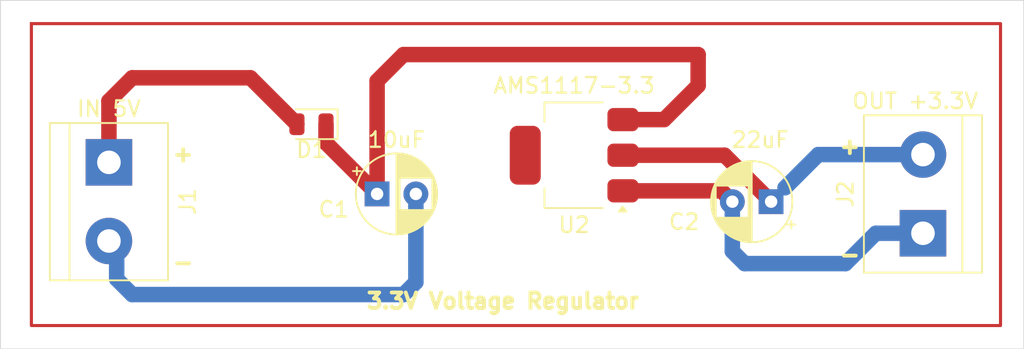
<source format=kicad_pcb>
(kicad_pcb (version 20241229) (generator "pcbnew") (generator_version "9.0")
  (layers (0 "F.Cu" signal) (2 "B.Cu" signal) (13 "F.Paste" user) (15 "B.Paste" user) (5 "F.SilkS" user "F.Silkscreen") (7 "B.SilkS" user "B.Silkscreen") (1 "F.Mask" user) (3 "B.Mask" user) (25 "Edge.Cuts" user))
  (net 0 "")
  (net 1 "GND")
  (net 2 "Net-(D1-K)")
  (net 3 "Net-(J2-Pin_2)")
  (net 4 "Net-(D1-A)")
  (footprint "Capacitor_THT:CP_Radial_D5.0mm_P2.50mm" (layer "F.Cu") (at 153.205113 81.5 180)
    (property "Reference" "C2" (at 5.610225 -1.3 0) (layer "F.SilkS"))
    (property "Value" "22uF" (at 0.705113 4 0) (layer "F.SilkS"))
    (fp_line (start 3.851 -0.284) (end 3.851 0.284) (stroke (width 0.12)) (layer "F.SilkS"))
    (fp_line (start 3.811 -0.518) (end 3.811 0.518) (stroke (width 0.12)) (layer "F.SilkS"))
    (fp_line (start 3.771 -0.677) (end 3.771 0.677) (stroke (width 0.12)) (layer "F.SilkS"))
    (fp_line (start 3.731 -0.805) (end 3.731 0.805) (stroke (width 0.12)) (layer "F.SilkS"))
    (fp_line (start 3.691 -0.915) (end 3.691 0.915) (stroke (width 0.12)) (layer "F.SilkS"))
    (fp_line (start 3.651 -1.011) (end 3.651 1.011) (stroke (width 0.12)) (layer "F.SilkS"))
    (fp_line (start 3.611 -1.098) (end 3.611 1.098) (stroke (width 0.12)) (layer "F.SilkS"))
    (fp_line (start 3.571 -1.178) (end 3.571 1.178) (stroke (width 0.12)) (layer "F.SilkS"))
    (fp_line (start 3.531 1.04) (end 3.531 1.251) (stroke (width 0.12)) (layer "F.SilkS"))
    (fp_line (start 3.531 -1.251) (end 3.531 -1.04) (stroke (width 0.12)) (layer "F.SilkS"))
    (fp_line (start 3.491 1.04) (end 3.491 1.319) (stroke (width 0.12)) (layer "F.SilkS"))
    (fp_line (start 3.491 -1.319) (end 3.491 -1.04) (stroke (width 0.12)) (layer "F.SilkS"))
    (fp_line (start 3.451 1.04) (end 3.451 1.383) (stroke (width 0.12)) (layer "F.SilkS"))
    (fp_line (start 3.451 -1.383) (end 3.451 -1.04) (stroke (width 0.12)) (layer "F.SilkS"))
    (fp_line (start 3.411 1.04) (end 3.411 1.443) (stroke (width 0.12)) (layer "F.SilkS"))
    (fp_line (start 3.411 -1.443) (end 3.411 -1.04) (stroke (width 0.12)) (layer "F.SilkS"))
    (fp_line (start 3.371 1.04) (end 3.371 1.5) (stroke (width 0.12)) (layer "F.SilkS"))
    (fp_line (start 3.371 -1.5) (end 3.371 -1.04) (stroke (width 0.12)) (layer "F.SilkS"))
    (fp_line (start 3.331 1.04) (end 3.331 1.554) (stroke (width 0.12)) (layer "F.SilkS"))
    (fp_line (start 3.331 -1.554) (end 3.331 -1.04) (stroke (width 0.12)) (layer "F.SilkS"))
    (fp_line (start 3.291 1.04) (end 3.291 1.605) (stroke (width 0.12)) (layer "F.SilkS"))
    (fp_line (start 3.291 -1.605) (end 3.291 -1.04) (stroke (width 0.12)) (layer "F.SilkS"))
    (fp_line (start 3.251 1.04) (end 3.251 1.653) (stroke (width 0.12)) (layer "F.SilkS"))
    (fp_line (start 3.251 -1.653) (end 3.251 -1.04) (stroke (width 0.12)) (layer "F.SilkS"))
    (fp_line (start 3.211 1.04) (end 3.211 1.699) (stroke (width 0.12)) (layer "F.SilkS"))
    (fp_line (start 3.211 -1.699) (end 3.211 -1.04) (stroke (width 0.12)) (layer "F.SilkS"))
    (fp_line (start 3.171 1.04) (end 3.171 1.743) (stroke (width 0.12)) (layer "F.SilkS"))
    (fp_line (start 3.171 -1.743) (end 3.171 -1.04) (stroke (width 0.12)) (layer "F.SilkS"))
    (fp_line (start 3.131 1.04) (end 3.131 1.785) (stroke (width 0.12)) (layer "F.SilkS"))
    (fp_line (start 3.131 -1.785) (end 3.131 -1.04) (stroke (width 0.12)) (layer "F.SilkS"))
    (fp_line (start 3.091 1.04) (end 3.091 1.826) (stroke (width 0.12)) (layer "F.SilkS"))
    (fp_line (start 3.091 -1.826) (end 3.091 -1.04) (stroke (width 0.12)) (layer "F.SilkS"))
    (fp_line (start 3.051 1.04) (end 3.051 1.864) (stroke (width 0.12)) (layer "F.SilkS"))
    (fp_line (start 3.051 -1.864) (end 3.051 -1.04) (stroke (width 0.12)) (layer "F.SilkS"))
    (fp_line (start 3.011 1.04) (end 3.011 1.901) (stroke (width 0.12)) (layer "F.SilkS"))
    (fp_line (start 3.011 -1.901) (end 3.011 -1.04) (stroke (width 0.12)) (layer "F.SilkS"))
    (fp_line (start 2.971 1.04) (end 2.971 1.937) (stroke (width 0.12)) (layer "F.SilkS"))
    (fp_line (start 2.971 -1.937) (end 2.971 -1.04) (stroke (width 0.12)) (layer "F.SilkS"))
    (fp_line (start 2.931 1.04) (end 2.931 1.971) (stroke (width 0.12)) (layer "F.SilkS"))
    (fp_line (start 2.931 -1.971) (end 2.931 -1.04) (stroke (width 0.12)) (layer "F.SilkS"))
    (fp_line (start 2.891 1.04) (end 2.891 2.004) (stroke (width 0.12)) (layer "F.SilkS"))
    (fp_line (start 2.891 -2.004) (end 2.891 -1.04) (stroke (width 0.12)) (layer "F.SilkS"))
    (fp_line (start 2.851 1.04) (end 2.851 2.035) (stroke (width 0.12)) (layer "F.SilkS"))
    (fp_line (start 2.851 -2.035) (end 2.851 -1.04) (stroke (width 0.12)) (layer "F.SilkS"))
    (fp_line (start 2.811 1.04) (end 2.811 2.065) (stroke (width 0.12)) (layer "F.SilkS"))
    (fp_line (start 2.811 -2.065) (end 2.811 -1.04) (stroke (width 0.12)) (layer "F.SilkS"))
    (fp_line (start 2.771 1.04) (end 2.771 2.095) (stroke (width 0.12)) (layer "F.SilkS"))
    (fp_line (start 2.771 -2.095) (end 2.771 -1.04) (stroke (width 0.12)) (layer "F.SilkS"))
    (fp_line (start 2.731 1.04) (end 2.731 2.122) (stroke (width 0.12)) (layer "F.SilkS"))
    (fp_line (start 2.731 -2.122) (end 2.731 -1.04) (stroke (width 0.12)) (layer "F.SilkS"))
    (fp_line (start 2.691 1.04) (end 2.691 2.149) (stroke (width 0.12)) (layer "F.SilkS"))
    (fp_line (start 2.691 -2.149) (end 2.691 -1.04) (stroke (width 0.12)) (layer "F.SilkS"))
    (fp_line (start 2.651 1.04) (end 2.651 2.175) (stroke (width 0.12)) (layer "F.SilkS"))
    (fp_line (start 2.651 -2.175) (end 2.651 -1.04) (stroke (width 0.12)) (layer "F.SilkS"))
    (fp_line (start 2.611 1.04) (end 2.611 2.2) (stroke (width 0.12)) (layer "F.SilkS"))
    (fp_line (start 2.611 -2.2) (end 2.611 -1.04) (stroke (width 0.12)) (layer "F.SilkS"))
    (fp_line (start 2.571 1.04) (end 2.571 2.224) (stroke (width 0.12)) (layer "F.SilkS"))
    (fp_line (start 2.571 -2.224) (end 2.571 -1.04) (stroke (width 0.12)) (layer "F.SilkS"))
    (fp_line (start 2.531 1.04) (end 2.531 2.247) (stroke (width 0.12)) (layer "F.SilkS"))
    (fp_line (start 2.531 -2.247) (end 2.531 -1.04) (stroke (width 0.12)) (layer "F.SilkS"))
    (fp_line (start 2.491 1.04) (end 2.491 2.268) (stroke (width 0.12)) (layer "F.SilkS"))
    (fp_line (start 2.491 -2.268) (end 2.491 -1.04) (stroke (width 0.12)) (layer "F.SilkS"))
    (fp_line (start 2.451 1.04) (end 2.451 2.29) (stroke (width 0.12)) (layer "F.SilkS"))
    (fp_line (start 2.451 -2.29) (end 2.451 -1.04) (stroke (width 0.12)) (layer "F.SilkS"))
    (fp_line (start 2.411 1.04) (end 2.411 2.31) (stroke (width 0.12)) (layer "F.SilkS"))
    (fp_line (start 2.411 -2.31) (end 2.411 -1.04) (stroke (width 0.12)) (layer "F.SilkS"))
    (fp_line (start 2.371 1.04) (end 2.371 2.329) (stroke (width 0.12)) (layer "F.SilkS"))
    (fp_line (start 2.371 -2.329) (end 2.371 -1.04) (stroke (width 0.12)) (layer "F.SilkS"))
    (fp_line (start 2.331 1.04) (end 2.331 2.348) (stroke (width 0.12)) (layer "F.SilkS"))
    (fp_line (start 2.331 -2.348) (end 2.331 -1.04) (stroke (width 0.12)) (layer "F.SilkS"))
    (fp_line (start 2.291 1.04) (end 2.291 2.365) (stroke (width 0.12)) (layer "F.SilkS"))
    (fp_line (start 2.291 -2.365) (end 2.291 -1.04) (stroke (width 0.12)) (layer "F.SilkS"))
    (fp_line (start 2.251 1.04) (end 2.251 2.382) (stroke (width 0.12)) (layer "F.SilkS"))
    (fp_line (start 2.251 -2.382) (end 2.251 -1.04) (stroke (width 0.12)) (layer "F.SilkS"))
    (fp_line (start 2.211 1.04) (end 2.211 2.398) (stroke (width 0.12)) (layer "F.SilkS"))
    (fp_line (start 2.211 -2.398) (end 2.211 -1.04) (stroke (width 0.12)) (layer "F.SilkS"))
    (fp_line (start 2.171 1.04) (end 2.171 2.414) (stroke (width 0.12)) (layer "F.SilkS"))
    (fp_line (start 2.171 -2.414) (end 2.171 -1.04) (stroke (width 0.12)) (layer "F.SilkS"))
    (fp_line (start 2.131 1.04) (end 2.131 2.428) (stroke (width 0.12)) (layer "F.SilkS"))
    (fp_line (start 2.131 -2.428) (end 2.131 -1.04) (stroke (width 0.12)) (layer "F.SilkS"))
    (fp_line (start 2.091 1.04) (end 2.091 2.442) (stroke (width 0.12)) (layer "F.SilkS"))
    (fp_line (start 2.091 -2.442) (end 2.091 -1.04) (stroke (width 0.12)) (layer "F.SilkS"))
    (fp_line (start 2.051 1.04) (end 2.051 2.455) (stroke (width 0.12)) (layer "F.SilkS"))
    (fp_line (start 2.051 -2.455) (end 2.051 -1.04) (stroke (width 0.12)) (layer "F.SilkS"))
    (fp_line (start 2.011 1.04) (end 2.011 2.468) (stroke (width 0.12)) (layer "F.SilkS"))
    (fp_line (start 2.011 -2.468) (end 2.011 -1.04) (stroke (width 0.12)) (layer "F.SilkS"))
    (fp_line (start 1.971 1.04) (end 1.971 2.48) (stroke (width 0.12)) (layer "F.SilkS"))
    (fp_line (start 1.971 -2.48) (end 1.971 -1.04) (stroke (width 0.12)) (layer "F.SilkS"))
    (fp_line (start 1.93 1.04) (end 1.93 2.491) (stroke (width 0.12)) (layer "F.SilkS"))
    (fp_line (start 1.93 -2.491) (end 1.93 -1.04) (stroke (width 0.12)) (layer "F.SilkS"))
    (fp_line (start 1.89 1.04) (end 1.89 2.501) (stroke (width 0.12)) (layer "F.SilkS"))
    (fp_line (start 1.89 -2.501) (end 1.89 -1.04) (stroke (width 0.12)) (layer "F.SilkS"))
    (fp_line (start 1.85 1.04) (end 1.85 2.511) (stroke (width 0.12)) (layer "F.SilkS"))
    (fp_line (start 1.85 -2.511) (end 1.85 -1.04) (stroke (width 0.12)) (layer "F.SilkS"))
    (fp_line (start 1.81 1.04) (end 1.81 2.52) (stroke (width 0.12)) (layer "F.SilkS"))
    (fp_line (start 1.81 -2.52) (end 1.81 -1.04) (stroke (width 0.12)) (layer "F.SilkS"))
    (fp_line (start 1.77 1.04) (end 1.77 2.528) (stroke (width 0.12)) (layer "F.SilkS"))
    (fp_line (start 1.77 -2.528) (end 1.77 -1.04) (stroke (width 0.12)) (layer "F.SilkS"))
    (fp_line (start 1.73 1.04) (end 1.73 2.536) (stroke (width 0.12)) (layer "F.SilkS"))
    (fp_line (start 1.73 -2.536) (end 1.73 -1.04) (stroke (width 0.12)) (layer "F.SilkS"))
    (fp_line (start 1.69 1.04) (end 1.69 2.543) (stroke (width 0.12)) (layer "F.SilkS"))
    (fp_line (start 1.69 -2.543) (end 1.69 -1.04) (stroke (width 0.12)) (layer "F.SilkS"))
    (fp_line (start 1.65 1.04) (end 1.65 2.55) (stroke (width 0.12)) (layer "F.SilkS"))
    (fp_line (start 1.65 -2.55) (end 1.65 -1.04) (stroke (width 0.12)) (layer "F.SilkS"))
    (fp_line (start 1.61 1.04) (end 1.61 2.556) (stroke (width 0.12)) (layer "F.SilkS"))
    (fp_line (start 1.61 -2.556) (end 1.61 -1.04) (stroke (width 0.12)) (layer "F.SilkS"))
    (fp_line (start 1.57 1.04) (end 1.57 2.561) (stroke (width 0.12)) (layer "F.SilkS"))
    (fp_line (start 1.57 -2.561) (end 1.57 -1.04) (stroke (width 0.12)) (layer "F.SilkS"))
    (fp_line (start 1.53 1.04) (end 1.53 2.565) (stroke (width 0.12)) (layer "F.SilkS"))
    (fp_line (start 1.53 -2.565) (end 1.53 -1.04) (stroke (width 0.12)) (layer "F.SilkS"))
    (fp_line (start 1.49 1.04) (end 1.49 2.569) (stroke (width 0.12)) (layer "F.SilkS"))
    (fp_line (start 1.49 -2.569) (end 1.49 -1.04) (stroke (width 0.12)) (layer "F.SilkS"))
    (fp_line (start 1.45 -2.573) (end 1.45 2.573) (stroke (width 0.12)) (layer "F.SilkS"))
    (fp_line (start 1.41 -2.576) (end 1.41 2.576) (stroke (width 0.12)) (layer "F.SilkS"))
    (fp_line (start 1.37 -2.578) (end 1.37 2.578) (stroke (width 0.12)) (layer "F.SilkS"))
    (fp_line (start 1.33 -2.579) (end 1.33 2.579) (stroke (width 0.12)) (layer "F.SilkS"))
    (fp_line (start 1.29 -2.58) (end 1.29 2.58) (stroke (width 0.12)) (layer "F.SilkS"))
    (fp_line (start 1.25 -2.58) (end 1.25 2.58) (stroke (width 0.12)) (layer "F.SilkS"))
    (fp_line (start -1.304775 -1.725) (end -1.304775 -1.225) (stroke (width 0.12)) (layer "F.SilkS"))
    (fp_line (start -1.554775 -1.475) (end -1.054775 -1.475) (stroke (width 0.12)) (layer "F.SilkS"))
    (fp_circle (center 1.25 0) (end 3.87 0) (stroke (width 0.12)) (fill no) (layer "F.SilkS"))
    (pad "1" thru_hole rect (at 0 0 180) (size 1.6 1.6) (drill 0.8) (layers "*.Cu" "*.Mask") (net 3 "Net-(J2-Pin_2)"))
    (pad "2" thru_hole circle (at 2.5 0 180) (size 1.6 1.6) (drill 0.8) (layers "*.Cu" "*.Mask") (net 1 "GND"))
  )
  (footprint "TerminalBlock:TerminalBlock_bornier-2_P5.08mm" (layer "F.Cu") (at 110.5 78.96 -90)
    (property "Reference" "J1" (at 2.54 -5.08 90) (layer "F.SilkS"))
    (property "Value" "IN 5V" (at -3.46 0 0) (layer "F.SilkS"))
    (fp_line (start -2.54 3.81) (end 7.62 3.81) (stroke (width 0.12)) (layer "F.SilkS"))
    (fp_line (start 7.62 3.81) (end 7.62 -3.81) (stroke (width 0.12)) (layer "F.SilkS"))
    (fp_line (start 7.62 2.54) (end -2.54 2.54) (stroke (width 0.12)) (layer "F.SilkS"))
    (fp_line (start -2.54 -3.81) (end -2.54 3.81) (stroke (width 0.12)) (layer "F.SilkS"))
    (fp_line (start 7.62 -3.81) (end -2.54 -3.81) (stroke (width 0.12)) (layer "F.SilkS"))
    (pad "1" thru_hole rect (at 0 0 270) (size 3 3) (drill 1.52) (layers "*.Cu" "*.Mask") (net 4 "Net-(D1-A)"))
    (pad "2" thru_hole circle (at 5.08 0 270) (size 3 3) (drill 1.52) (layers "*.Cu" "*.Mask") (net 1 "GND"))
  )
  (footprint "TerminalBlock:TerminalBlock_bornier-2_P5.08mm" (layer "F.Cu") (at 163 83.54 90)
    (property "Reference" "J2" (hide yes))
    (property "Value" "OUT +3.3V" (at 8.54 -0.5 0) (layer "F.SilkS"))
    (fp_line (start 7.62 -3.81) (end -2.54 -3.81) (stroke (width 0.12)) (layer "F.SilkS"))
    (fp_line (start -2.54 -3.81) (end -2.54 3.81) (stroke (width 0.12)) (layer "F.SilkS"))
    (fp_line (start 7.62 2.54) (end -2.54 2.54) (stroke (width 0.12)) (layer "F.SilkS"))
    (fp_line (start 7.62 3.81) (end 7.62 -3.81) (stroke (width 0.12)) (layer "F.SilkS"))
    (fp_line (start -2.54 3.81) (end 7.62 3.81) (stroke (width 0.12)) (layer "F.SilkS"))
    (pad "1" thru_hole rect (at 0 0 90) (size 3 3) (drill 1.52) (layers "*.Cu" "*.Mask") (net 1 "GND"))
    (pad "2" thru_hole circle (at 5.08 0 90) (size 3 3) (drill 1.52) (layers "*.Cu" "*.Mask") (net 3 "Net-(J2-Pin_2)"))
  )
  (footprint "Capacitor_THT:CP_Radial_D5.0mm_P2.50mm" (layer "F.Cu") (at 127.794888 81)
    (property "Reference" "C1" (hide yes))
    (property "Value" "10uF" (at 1.25 -3.5 0) (layer "F.SilkS"))
    (fp_line (start -1.554775 -1.475) (end -1.054775 -1.475) (stroke (width 0.12)) (layer "F.SilkS"))
    (fp_line (start -1.304775 -1.725) (end -1.304775 -1.225) (stroke (width 0.12)) (layer "F.SilkS"))
    (fp_line (start 1.25 -2.58) (end 1.25 2.58) (stroke (width 0.12)) (layer "F.SilkS"))
    (fp_line (start 1.29 -2.58) (end 1.29 2.58) (stroke (width 0.12)) (layer "F.SilkS"))
    (fp_line (start 1.33 -2.579) (end 1.33 2.579) (stroke (width 0.12)) (layer "F.SilkS"))
    (fp_line (start 1.37 -2.578) (end 1.37 2.578) (stroke (width 0.12)) (layer "F.SilkS"))
    (fp_line (start 1.41 -2.576) (end 1.41 2.576) (stroke (width 0.12)) (layer "F.SilkS"))
    (fp_line (start 1.45 -2.573) (end 1.45 2.573) (stroke (width 0.12)) (layer "F.SilkS"))
    (fp_line (start 1.49 -2.569) (end 1.49 -1.04) (stroke (width 0.12)) (layer "F.SilkS"))
    (fp_line (start 1.49 1.04) (end 1.49 2.569) (stroke (width 0.12)) (layer "F.SilkS"))
    (fp_line (start 1.53 -2.565) (end 1.53 -1.04) (stroke (width 0.12)) (layer "F.SilkS"))
    (fp_line (start 1.53 1.04) (end 1.53 2.565) (stroke (width 0.12)) (layer "F.SilkS"))
    (fp_line (start 1.57 -2.561) (end 1.57 -1.04) (stroke (width 0.12)) (layer "F.SilkS"))
    (fp_line (start 1.57 1.04) (end 1.57 2.561) (stroke (width 0.12)) (layer "F.SilkS"))
    (fp_line (start 1.61 -2.556) (end 1.61 -1.04) (stroke (width 0.12)) (layer "F.SilkS"))
    (fp_line (start 1.61 1.04) (end 1.61 2.556) (stroke (width 0.12)) (layer "F.SilkS"))
    (fp_line (start 1.65 -2.55) (end 1.65 -1.04) (stroke (width 0.12)) (layer "F.SilkS"))
    (fp_line (start 1.65 1.04) (end 1.65 2.55) (stroke (width 0.12)) (layer "F.SilkS"))
    (fp_line (start 1.69 -2.543) (end 1.69 -1.04) (stroke (width 0.12)) (layer "F.SilkS"))
    (fp_line (start 1.69 1.04) (end 1.69 2.543) (stroke (width 0.12)) (layer "F.SilkS"))
    (fp_line (start 1.73 -2.536) (end 1.73 -1.04) (stroke (width 0.12)) (layer "F.SilkS"))
    (fp_line (start 1.73 1.04) (end 1.73 2.536) (stroke (width 0.12)) (layer "F.SilkS"))
    (fp_line (start 1.77 -2.528) (end 1.77 -1.04) (stroke (width 0.12)) (layer "F.SilkS"))
    (fp_line (start 1.77 1.04) (end 1.77 2.528) (stroke (width 0.12)) (layer "F.SilkS"))
    (fp_line (start 1.81 -2.52) (end 1.81 -1.04) (stroke (width 0.12)) (layer "F.SilkS"))
    (fp_line (start 1.81 1.04) (end 1.81 2.52) (stroke (width 0.12)) (layer "F.SilkS"))
    (fp_line (start 1.85 -2.511) (end 1.85 -1.04) (stroke (width 0.12)) (layer "F.SilkS"))
    (fp_line (start 1.85 1.04) (end 1.85 2.511) (stroke (width 0.12)) (layer "F.SilkS"))
    (fp_line (start 1.89 -2.501) (end 1.89 -1.04) (stroke (width 0.12)) (layer "F.SilkS"))
    (fp_line (start 1.89 1.04) (end 1.89 2.501) (stroke (width 0.12)) (layer "F.SilkS"))
    (fp_line (start 1.93 -2.491) (end 1.93 -1.04) (stroke (width 0.12)) (layer "F.SilkS"))
    (fp_line (start 1.93 1.04) (end 1.93 2.491) (stroke (width 0.12)) (layer "F.SilkS"))
    (fp_line (start 1.971 -2.48) (end 1.971 -1.04) (stroke (width 0.12)) (layer "F.SilkS"))
    (fp_line (start 1.971 1.04) (end 1.971 2.48) (stroke (width 0.12)) (layer "F.SilkS"))
    (fp_line (start 2.011 -2.468) (end 2.011 -1.04) (stroke (width 0.12)) (layer "F.SilkS"))
    (fp_line (start 2.011 1.04) (end 2.011 2.468) (stroke (width 0.12)) (layer "F.SilkS"))
    (fp_line (start 2.051 -2.455) (end 2.051 -1.04) (stroke (width 0.12)) (layer "F.SilkS"))
    (fp_line (start 2.051 1.04) (end 2.051 2.455) (stroke (width 0.12)) (layer "F.SilkS"))
    (fp_line (start 2.091 -2.442) (end 2.091 -1.04) (stroke (width 0.12)) (layer "F.SilkS"))
    (fp_line (start 2.091 1.04) (end 2.091 2.442) (stroke (width 0.12)) (layer "F.SilkS"))
    (fp_line (start 2.131 -2.428) (end 2.131 -1.04) (stroke (width 0.12)) (layer "F.SilkS"))
    (fp_line (start 2.131 1.04) (end 2.131 2.428) (stroke (width 0.12)) (layer "F.SilkS"))
    (fp_line (start 2.171 -2.414) (end 2.171 -1.04) (stroke (width 0.12)) (layer "F.SilkS"))
    (fp_line (start 2.171 1.04) (end 2.171 2.414) (stroke (width 0.12)) (layer "F.SilkS"))
    (fp_line (start 2.211 -2.398) (end 2.211 -1.04) (stroke (width 0.12)) (layer "F.SilkS"))
    (fp_line (start 2.211 1.04) (end 2.211 2.398) (stroke (width 0.12)) (layer "F.SilkS"))
    (fp_line (start 2.251 -2.382) (end 2.251 -1.04) (stroke (width 0.12)) (layer "F.SilkS"))
    (fp_line (start 2.251 1.04) (end 2.251 2.382) (stroke (width 0.12)) (layer "F.SilkS"))
    (fp_line (start 2.291 -2.365) (end 2.291 -1.04) (stroke (width 0.12)) (layer "F.SilkS"))
    (fp_line (start 2.291 1.04) (end 2.291 2.365) (stroke (width 0.12)) (layer "F.SilkS"))
    (fp_line (start 2.331 -2.348) (end 2.331 -1.04) (stroke (width 0.12)) (layer "F.SilkS"))
    (fp_line (start 2.331 1.04) (end 2.331 2.348) (stroke (width 0.12)) (layer "F.SilkS"))
    (fp_line (start 2.371 -2.329) (end 2.371 -1.04) (stroke (width 0.12)) (layer "F.SilkS"))
    (fp_line (start 2.371 1.04) (end 2.371 2.329) (stroke (width 0.12)) (layer "F.SilkS"))
    (fp_line (start 2.411 -2.31) (end 2.411 -1.04) (stroke (width 0.12)) (layer "F.SilkS"))
    (fp_line (start 2.411 1.04) (end 2.411 2.31) (stroke (width 0.12)) (layer "F.SilkS"))
    (fp_line (start 2.451 -2.29) (end 2.451 -1.04) (stroke (width 0.12)) (layer "F.SilkS"))
    (fp_line (start 2.451 1.04) (end 2.451 2.29) (stroke (width 0.12)) (layer "F.SilkS"))
    (fp_line (start 2.491 -2.268) (end 2.491 -1.04) (stroke (width 0.12)) (layer "F.SilkS"))
    (fp_line (start 2.491 1.04) (end 2.491 2.268) (stroke (width 0.12)) (layer "F.SilkS"))
    (fp_line (start 2.531 -2.247) (end 2.531 -1.04) (stroke (width 0.12)) (layer "F.SilkS"))
    (fp_line (start 2.531 1.04) (end 2.531 2.247) (stroke (width 0.12)) (layer "F.SilkS"))
    (fp_line (start 2.571 -2.224) (end 2.571 -1.04) (stroke (width 0.12)) (layer "F.SilkS"))
    (fp_line (start 2.571 1.04) (end 2.571 2.224) (stroke (width 0.12)) (layer "F.SilkS"))
    (fp_line (start 2.611 -2.2) (end 2.611 -1.04) (stroke (width 0.12)) (layer "F.SilkS"))
    (fp_line (start 2.611 1.04) (end 2.611 2.2) (stroke (width 0.12)) (layer "F.SilkS"))
    (fp_line (start 2.651 -2.175) (end 2.651 -1.04) (stroke (width 0.12)) (layer "F.SilkS"))
    (fp_line (start 2.651 1.04) (end 2.651 2.175) (stroke (width 0.12)) (layer "F.SilkS"))
    (fp_line (start 2.691 -2.149) (end 2.691 -1.04) (stroke (width 0.12)) (layer "F.SilkS"))
    (fp_line (start 2.691 1.04) (end 2.691 2.149) (stroke (width 0.12)) (layer "F.SilkS"))
    (fp_line (start 2.731 -2.122) (end 2.731 -1.04) (stroke (width 0.12)) (layer "F.SilkS"))
    (fp_line (start 2.731 1.04) (end 2.731 2.122) (stroke (width 0.12)) (layer "F.SilkS"))
    (fp_line (start 2.771 -2.095) (end 2.771 -1.04) (stroke (width 0.12)) (layer "F.SilkS"))
    (fp_line (start 2.771 1.04) (end 2.771 2.095) (stroke (width 0.12)) (layer "F.SilkS"))
    (fp_line (start 2.811 -2.065) (end 2.811 -1.04) (stroke (width 0.12)) (layer "F.SilkS"))
    (fp_line (start 2.811 1.04) (end 2.811 2.065) (stroke (width 0.12)) (layer "F.SilkS"))
    (fp_line (start 2.851 -2.035) (end 2.851 -1.04) (stroke (width 0.12)) (layer "F.SilkS"))
    (fp_line (start 2.851 1.04) (end 2.851 2.035) (stroke (width 0.12)) (layer "F.SilkS"))
    (fp_line (start 2.891 -2.004) (end 2.891 -1.04) (stroke (width 0.12)) (layer "F.SilkS"))
    (fp_line (start 2.891 1.04) (end 2.891 2.004) (stroke (width 0.12)) (layer "F.SilkS"))
    (fp_line (start 2.931 -1.971) (end 2.931 -1.04) (stroke (width 0.12)) (layer "F.SilkS"))
    (fp_line (start 2.931 1.04) (end 2.931 1.971) (stroke (width 0.12)) (layer "F.SilkS"))
    (fp_line (start 2.971 -1.937) (end 2.971 -1.04) (stroke (width 0.12)) (layer "F.SilkS"))
    (fp_line (start 2.971 1.04) (end 2.971 1.937) (stroke (width 0.12)) (layer "F.SilkS"))
    (fp_line (start 3.011 -1.901) (end 3.011 -1.04) (stroke (width 0.12)) (layer "F.SilkS"))
    (fp_line (start 3.011 1.04) (end 3.011 1.901) (stroke (width 0.12)) (layer "F.SilkS"))
    (fp_line (start 3.051 -1.864) (end 3.051 -1.04) (stroke (width 0.12)) (layer "F.SilkS"))
    (fp_line (start 3.051 1.04) (end 3.051 1.864) (stroke (width 0.12)) (layer "F.SilkS"))
    (fp_line (start 3.091 -1.826) (end 3.091 -1.04) (stroke (width 0.12)) (layer "F.SilkS"))
    (fp_line (start 3.091 1.04) (end 3.091 1.826) (stroke (width 0.12)) (layer "F.SilkS"))
    (fp_line (start 3.131 -1.785) (end 3.131 -1.04) (stroke (width 0.12)) (layer "F.SilkS"))
    (fp_line (start 3.131 1.04) (end 3.131 1.785) (stroke (width 0.12)) (layer "F.SilkS"))
    (fp_line (start 3.171 -1.743) (end 3.171 -1.04) (stroke (width 0.12)) (layer "F.SilkS"))
    (fp_line (start 3.171 1.04) (end 3.171 1.743) (stroke (width 0.12)) (layer "F.SilkS"))
    (fp_line (start 3.211 -1.699) (end 3.211 -1.04) (stroke (width 0.12)) (layer "F.SilkS"))
    (fp_line (start 3.211 1.04) (end 3.211 1.699) (stroke (width 0.12)) (layer "F.SilkS"))
    (fp_line (start 3.251 -1.653) (end 3.251 -1.04) (stroke (width 0.12)) (layer "F.SilkS"))
    (fp_line (start 3.251 1.04) (end 3.251 1.653) (stroke (width 0.12)) (layer "F.SilkS"))
    (fp_line (start 3.291 -1.605) (end 3.291 -1.04) (stroke (width 0.12)) (layer "F.SilkS"))
    (fp_line (start 3.291 1.04) (end 3.291 1.605) (stroke (width 0.12)) (layer "F.SilkS"))
    (fp_line (start 3.331 -1.554) (end 3.331 -1.04) (stroke (width 0.12)) (layer "F.SilkS"))
    (fp_line (start 3.331 1.04) (end 3.331 1.554) (stroke (width 0.12)) (layer "F.SilkS"))
    (fp_line (start 3.371 -1.5) (end 3.371 -1.04) (stroke (width 0.12)) (layer "F.SilkS"))
    (fp_line (start 3.371 1.04) (end 3.371 1.5) (stroke (width 0.12)) (layer "F.SilkS"))
    (fp_line (start 3.411 -1.443) (end 3.411 -1.04) (stroke (width 0.12)) (layer "F.SilkS"))
    (fp_line (start 3.411 1.04) (end 3.411 1.443) (stroke (width 0.12)) (layer "F.SilkS"))
    (fp_line (start 3.451 -1.383) (end 3.451 -1.04) (stroke (width 0.12)) (layer "F.SilkS"))
    (fp_line (start 3.451 1.04) (end 3.451 1.383) (stroke (width 0.12)) (layer "F.SilkS"))
    (fp_line (start 3.491 -1.319) (end 3.491 -1.04) (stroke (width 0.12)) (layer "F.SilkS"))
    (fp_line (start 3.491 1.04) (end 3.491 1.319) (stroke (width 0.12)) (layer "F.SilkS"))
    (fp_line (start 3.531 -1.251) (end 3.531 -1.04) (stroke (width 0.12)) (layer "F.SilkS"))
    (fp_line (start 3.531 1.04) (end 3.531 1.251) (stroke (width 0.12)) (layer "F.SilkS"))
    (fp_line (start 3.571 -1.178) (end 3.571 1.178) (stroke (width 0.12)) (layer "F.SilkS"))
    (fp_line (start 3.611 -1.098) (end 3.611 1.098) (stroke (width 0.12)) (layer "F.SilkS"))
    (fp_line (start 3.651 -1.011) (end 3.651 1.011) (stroke (width 0.12)) (layer "F.SilkS"))
    (fp_line (start 3.691 -0.915) (end 3.691 0.915) (stroke (width 0.12)) (layer "F.SilkS"))
    (fp_line (start 3.731 -0.805) (end 3.731 0.805) (stroke (width 0.12)) (layer "F.SilkS"))
    (fp_line (start 3.771 -0.677) (end 3.771 0.677) (stroke (width 0.12)) (layer "F.SilkS"))
    (fp_line (start 3.811 -0.518) (end 3.811 0.518) (stroke (width 0.12)) (layer "F.SilkS"))
    (fp_line (start 3.851 -0.284) (end 3.851 0.284) (stroke (width 0.12)) (layer "F.SilkS"))
    (fp_circle (center 1.25 0) (end 3.87 0) (stroke (width 0.12)) (fill no) (layer "F.SilkS"))
    (fp_text user "${REFERENCE}" (at -2.794888 1 0) (layer "F.SilkS"))
    (pad "1" thru_hole rect (at 0 0) (size 1.6 1.6) (drill 0.8) (layers "*.Cu" "*.Mask") (net 2 "Net-(D1-K)"))
    (pad "2" thru_hole circle (at 2.5 0) (size 1.6 1.6) (drill 0.8) (layers "*.Cu" "*.Mask") (net 1 "GND"))
  )
  (footprint "Diode_SMD:D_0805_2012Metric" (layer "F.Cu") (at 123.5625 76.5 180)
    (property "Reference" "D1" (at 0 -1.65 0) (layer "F.SilkS"))
    (property "Value" "D_Schottky")
    (fp_line (start 1 -0.96) (end -1.685 -0.96) (stroke (width 0.12)) (layer "F.SilkS"))
    (fp_line (start -1.685 0.96) (end 1 0.96) (stroke (width 0.12)) (layer "F.SilkS"))
    (fp_line (start -1.685 -0.96) (end -1.685 0.96) (stroke (width 0.12)) (layer "F.SilkS"))
    (pad "1" smd roundrect (at -0.9375 0 180) (size 0.975 1.4) (layers "F.Cu" "F.Mask" "F.Paste") (net 2 "Net-(D1-K)"))
    (pad "2" smd roundrect (at 0.9375 0 180) (size 0.975 1.4) (layers "F.Cu" "F.Mask" "F.Paste") (net 4 "Net-(D1-A)"))
  )
  (footprint "Package_TO_SOT_SMD:SOT-223-3_TabPin2" (layer "F.Cu") (at 140.5 78.5 180)
    (property "Reference" "U2" (at 0 -4.5 0) (layer "F.SilkS"))
    (property "Value" "AMS1117-3.3" (at 0 4.5 0) (layer "F.SilkS"))
    (fp_line (start 1.91 3.41) (end 1.91 2.15) (stroke (width 0.12)) (layer "F.SilkS"))
    (fp_line (start 1.91 -3.41) (end 1.91 -2.15) (stroke (width 0.12)) (layer "F.SilkS"))
    (fp_line (start -1.85 3.41) (end 1.91 3.41) (stroke (width 0.12)) (layer "F.SilkS"))
    (fp_line (start -1.85 -3.41) (end 1.91 -3.41) (stroke (width 0.12)) (layer "F.SilkS"))
    (fp_poly (pts (xy -3.13 -3.31) (xy -3.37 -3.64) (xy -2.89 -3.64) (xy -3.13 -3.31)) (stroke (width 0.12)) (fill yes) (layer "F.SilkS"))
    (pad "1" smd roundrect (at -3.15 -2.3 180) (size 2 1.5) (layers "F.Cu" "F.Mask" "F.Paste") (net 1 "GND"))
    (pad "2" smd roundrect (at -3.15 0 180) (size 2 1.5) (layers "F.Cu" "F.Mask" "F.Paste") (net 3 "Net-(J2-Pin_2)"))
    (pad "2" smd roundrect (at 3.15 0 180) (size 2 3.8) (layers "F.Cu" "F.Mask" "F.Paste") (net 3 "Net-(J2-Pin_2)"))
    (pad "3" smd roundrect (at -3.15 2.3 180) (size 2 1.5) (layers "F.Cu" "F.Mask" "F.Paste") (net 2 "Net-(D1-K)"))
  )
  (gr_rect (start 105.5 70) (end 168 89.5) (stroke (width 0.2)) (fill no) (layer "F.Cu"))
  (gr_rect (start 103.5 68.5) (end 169.5 91) (stroke (width 0.05)) (fill no) (layer "Edge.Cuts"))
  (gr_text "+" (at 157.5 78.5 0) (layer "F.SilkS") (effects (font (size 1 1) (thickness 0.25) (bold yes)) (justify left bottom)))
  (gr_text "+" (at 114.5 79 0) (layer "F.SilkS") (effects (font (size 1 1) (thickness 0.25) (bold yes)) (justify left bottom)))
  (gr_text "3.3V Voltage Regulator\n" (at 127 88.5 0) (layer "F.SilkS") (effects (font (size 1 1) (thickness 0.25) (bold yes)) (justify left bottom)))
  (gr_text "-" (at 157.5 85.5 0) (layer "F.SilkS") (effects (font (size 1 1) (thickness 0.25) (bold yes)) (justify left bottom)))
  (gr_text "J2" (at 158 81 90) (layer "F.SilkS") (effects (font (size 1 1))))
  (gr_text "-" (at 114.5 86 0) (layer "F.SilkS") (effects (font (size 1 1) (thickness 0.25) (bold yes)) (justify left bottom)))
  (segment (start 143.65 80.8) (end 150.005113 80.8) (width 1) (layer "F.Cu") (net 1))
  (segment (start 150.005113 80.8) (end 150.705113 81.5) (width 1) (layer "F.Cu") (net 1))
  (segment (start 150.705113 84.705113) (end 151.5 85.5) (width 1) (layer "B.Cu") (net 1))
  (segment (start 111 83.54) (end 111 86.5) (width 1) (layer "B.Cu") (net 1))
  (segment (start 112 87.5) (end 129.5 87.5) (width 1) (layer "B.Cu") (net 1))
  (segment (start 130.294888 86.705112) (end 130.294888 81) (width 1) (layer "B.Cu") (net 1))
  (segment (start 159.96 83.54) (end 163 83.54) (width 1) (layer "B.Cu") (net 1))
  (segment (start 129.5 87.5) (end 130.294888 86.705112) (width 1) (layer "B.Cu") (net 1))
  (segment (start 158 85.5) (end 159.96 83.54) (width 1) (layer "B.Cu") (net 1))
  (segment (start 150.705113 81.5) (end 150.705113 84.705113) (width 1) (layer "B.Cu") (net 1))
  (segment (start 151.5 85.5) (end 158 85.5) (width 1) (layer "B.Cu") (net 1))
  (segment (start 111 86.5) (end 112 87.5) (width 1) (layer "B.Cu") (net 1))
  (segment (start 148.5 72) (end 129.5 72) (width 1) (layer "F.Cu") (net 2))
  (segment (start 146.3 76.2) (end 148.5 74) (width 1) (layer "F.Cu") (net 2))
  (segment (start 124.5 77.705112) (end 127.794888 81) (width 1) (layer "F.Cu") (net 2))
  (segment (start 148.5 74) (end 148.5 72) (width 1) (layer "F.Cu") (net 2))
  (segment (start 143.65 76.2) (end 146.3 76.2) (width 1) (layer "F.Cu") (net 2))
  (segment (start 124.5 76.5) (end 124.5 77.705112) (width 1) (layer "F.Cu") (net 2))
  (segment (start 127.794888 73.705112) (end 127.794888 81) (width 1) (layer "F.Cu") (net 2))
  (segment (start 129.5 72) (end 127.794888 73.705112) (width 1) (layer "F.Cu") (net 2))
  (segment (start 143.65 78.5) (end 150.205113 78.5) (width 1) (layer "F.Cu") (net 3))
  (segment (start 150.205113 78.5) (end 153.205113 81.5) (width 1) (layer "F.Cu") (net 3))
  (segment (start 156.245113 78.46) (end 154.102557 80.602557) (width 1) (layer "B.Cu") (net 3))
  (segment (start 153.205113 81.5) (end 154.102557 80.602557) (width 0.2) (layer "B.Cu") (net 3))
  (segment (start 163 78.46) (end 156.245113 78.46) (width 1) (layer "B.Cu") (net 3))
  (segment (start 112 73.5) (end 110.5 75) (width 1) (layer "F.Cu") (net 4))
  (segment (start 110.5 75) (end 110.5 78.96) (width 1) (layer "F.Cu") (net 4))
  (segment (start 119.625 73.5) (end 112 73.5) (width 1) (layer "F.Cu") (net 4))
  (segment (start 122.625 76.5) (end 119.625 73.5) (width 1) (layer "F.Cu") (net 4))
)
</source>
